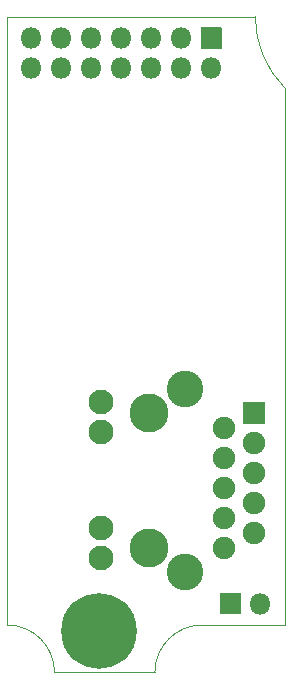
<source format=gbr>
%TF.GenerationSoftware,KiCad,Pcbnew,(5.1.8-0-10_14)*%
%TF.CreationDate,2020-11-27T10:39:21+01:00*%
%TF.ProjectId,SH-ESP32-Ethernet,53482d45-5350-4333-922d-45746865726e,0.1.0*%
%TF.SameCoordinates,Original*%
%TF.FileFunction,Soldermask,Bot*%
%TF.FilePolarity,Negative*%
%FSLAX46Y46*%
G04 Gerber Fmt 4.6, Leading zero omitted, Abs format (unit mm)*
G04 Created by KiCad (PCBNEW (5.1.8-0-10_14)) date 2020-11-27 10:39:21*
%MOMM*%
%LPD*%
G01*
G04 APERTURE LIST*
%TA.AperFunction,Profile*%
%ADD10C,0.050000*%
%TD*%
%ADD11C,1.900000*%
%ADD12C,3.100000*%
%ADD13C,3.300000*%
%ADD14C,2.100000*%
%ADD15O,1.800000X1.800000*%
%ADD16C,6.400000*%
G04 APERTURE END LIST*
D10*
X165000000Y-108500000D02*
X172000000Y-108500000D01*
X161000000Y-112500000D02*
G75*
G02*
X165000000Y-108500000I4000000J0D01*
G01*
X148500000Y-108500000D02*
G75*
G02*
X152500000Y-112500000I0J-4000000D01*
G01*
X169500000Y-57000000D02*
X148500000Y-57000000D01*
X152500000Y-112500000D02*
X161000000Y-112499765D01*
X148500000Y-57000000D02*
X148500000Y-108500000D01*
X171989592Y-63010408D02*
X172000000Y-108500000D01*
X153000000Y-112500000D02*
X153000000Y-112500000D01*
X171989592Y-63010408D02*
G75*
G02*
X169500000Y-57000000I6010408J6010408D01*
G01*
D11*
%TO.C,J301*%
X166835000Y-99415000D03*
D12*
X163535000Y-103985000D03*
X163535000Y-88485000D03*
D13*
X160485000Y-101955000D03*
X160485000Y-90525000D03*
D14*
X156425000Y-102865000D03*
X156425000Y-100325000D03*
X156425000Y-92145000D03*
D11*
X166835000Y-101955000D03*
X169375000Y-100685000D03*
X169375000Y-98145000D03*
X166835000Y-96875000D03*
X169375000Y-95605000D03*
X166835000Y-94335000D03*
X169375000Y-93065000D03*
X166835000Y-91795000D03*
D14*
X156425000Y-89605000D03*
G36*
G01*
X168475000Y-89575000D02*
X170275000Y-89575000D01*
G75*
G02*
X170325000Y-89625000I0J-50000D01*
G01*
X170325000Y-91425000D01*
G75*
G02*
X170275000Y-91475000I-50000J0D01*
G01*
X168475000Y-91475000D01*
G75*
G02*
X168425000Y-91425000I0J50000D01*
G01*
X168425000Y-89625000D01*
G75*
G02*
X168475000Y-89575000I50000J0D01*
G01*
G37*
%TD*%
D15*
%TO.C,J303*%
X169920000Y-106690000D03*
G36*
G01*
X168230000Y-107590000D02*
X166530000Y-107590000D01*
G75*
G02*
X166480000Y-107540000I0J50000D01*
G01*
X166480000Y-105840000D01*
G75*
G02*
X166530000Y-105790000I50000J0D01*
G01*
X168230000Y-105790000D01*
G75*
G02*
X168280000Y-105840000I0J-50000D01*
G01*
X168280000Y-107540000D01*
G75*
G02*
X168230000Y-107590000I-50000J0D01*
G01*
G37*
%TD*%
%TO.C,J302*%
X150540000Y-61340000D03*
X150540000Y-58800000D03*
X153080000Y-61340000D03*
X153080000Y-58800000D03*
X155620000Y-61340000D03*
X155620000Y-58800000D03*
X158160000Y-61340000D03*
X158160000Y-58800000D03*
X160700000Y-61340000D03*
X160700000Y-58800000D03*
X163240000Y-61340000D03*
X163240000Y-58800000D03*
X165780000Y-61340000D03*
G36*
G01*
X164930000Y-57900000D02*
X166630000Y-57900000D01*
G75*
G02*
X166680000Y-57950000I0J-50000D01*
G01*
X166680000Y-59650000D01*
G75*
G02*
X166630000Y-59700000I-50000J0D01*
G01*
X164930000Y-59700000D01*
G75*
G02*
X164880000Y-59650000I0J50000D01*
G01*
X164880000Y-57950000D01*
G75*
G02*
X164930000Y-57900000I50000J0D01*
G01*
G37*
%TD*%
D16*
%TO.C,H1002*%
X156250000Y-109000000D03*
%TD*%
M02*

</source>
